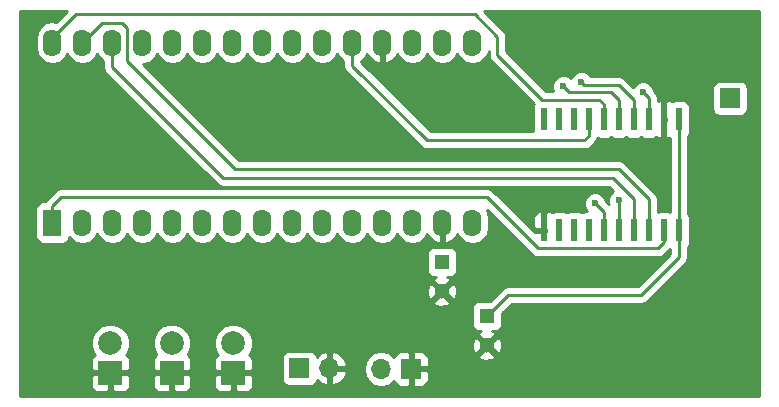
<source format=gbl>
G04 #@! TF.FileFunction,Copper,L2,Bot,Signal*
%FSLAX46Y46*%
G04 Gerber Fmt 4.6, Leading zero omitted, Abs format (unit mm)*
G04 Created by KiCad (PCBNEW 4.0.5-e0-6337~49~ubuntu16.04.1) date Wed Jan 18 11:42:35 2017*
%MOMM*%
%LPD*%
G01*
G04 APERTURE LIST*
%ADD10C,0.100000*%
%ADD11R,1.300000X1.300000*%
%ADD12C,1.300000*%
%ADD13R,2.000000X2.000000*%
%ADD14C,2.000000*%
%ADD15R,1.700000X1.700000*%
%ADD16R,1.574800X2.286000*%
%ADD17O,1.574800X2.286000*%
%ADD18O,1.700000X1.700000*%
%ADD19R,0.600000X1.950000*%
%ADD20C,0.600000*%
%ADD21C,0.250000*%
%ADD22C,0.254000*%
G04 APERTURE END LIST*
D10*
D11*
X162433000Y-115951000D03*
D12*
X162433000Y-118451000D03*
D11*
X166243000Y-120523000D03*
D12*
X166243000Y-123023000D03*
D13*
X134366000Y-125349000D03*
D14*
X134366000Y-122809000D03*
D13*
X139573000Y-125349000D03*
D14*
X139573000Y-122809000D03*
D13*
X144780000Y-125349000D03*
D14*
X144780000Y-122809000D03*
D15*
X186817000Y-102108000D03*
D16*
X129451100Y-112623600D03*
D17*
X131991100Y-112623600D03*
X134531100Y-112623600D03*
X137071100Y-112623600D03*
X139611100Y-112623600D03*
X142151100Y-112623600D03*
X144691100Y-112623600D03*
X147231100Y-112623600D03*
X149771100Y-112623600D03*
X152311100Y-112623600D03*
X154851100Y-112623600D03*
X157391100Y-112623600D03*
X159931100Y-112623600D03*
X162471100Y-112623600D03*
X165011100Y-112623600D03*
X165011100Y-97383600D03*
X162471100Y-97383600D03*
X159931100Y-97383600D03*
X157391100Y-97383600D03*
X154851100Y-97383600D03*
X152311100Y-97383600D03*
X149771100Y-97383600D03*
X147231100Y-97383600D03*
X144691100Y-97383600D03*
X142151100Y-97383600D03*
X139611100Y-97383600D03*
X137071100Y-97383600D03*
X134531100Y-97383600D03*
X131991100Y-97383600D03*
X129451100Y-97383600D03*
D15*
X150368000Y-124968000D03*
D18*
X152908000Y-124968000D03*
D15*
X159816800Y-125018800D03*
D18*
X157276800Y-125018800D03*
D19*
X182499000Y-113285000D03*
X181229000Y-113285000D03*
X179959000Y-113285000D03*
X178689000Y-113285000D03*
X177419000Y-113285000D03*
X176149000Y-113285000D03*
X174879000Y-113285000D03*
X173609000Y-113285000D03*
X172339000Y-113285000D03*
X171069000Y-113285000D03*
X171069000Y-103885000D03*
X172339000Y-103885000D03*
X173609000Y-103885000D03*
X174879000Y-103885000D03*
X176149000Y-103885000D03*
X177419000Y-103885000D03*
X178689000Y-103885000D03*
X179959000Y-103885000D03*
X181229000Y-103885000D03*
X182499000Y-103885000D03*
D20*
X175387000Y-110998000D03*
X179451000Y-101600000D03*
X177419000Y-110744000D03*
X174244000Y-100711000D03*
X172720000Y-101092000D03*
D21*
X181229000Y-113285000D02*
X181229000Y-114300000D01*
X129451100Y-111213900D02*
X129451100Y-112623600D01*
X130175000Y-110490000D02*
X129451100Y-111213900D01*
X166243000Y-110490000D02*
X130175000Y-110490000D01*
X170561000Y-114808000D02*
X166243000Y-110490000D01*
X180721000Y-114808000D02*
X170561000Y-114808000D01*
X181229000Y-114300000D02*
X180721000Y-114808000D01*
X174879000Y-103885000D02*
X174879000Y-105283000D01*
X154851100Y-99352100D02*
X154851100Y-97383600D01*
X161163000Y-105664000D02*
X154851100Y-99352100D01*
X174498000Y-105664000D02*
X161163000Y-105664000D01*
X174879000Y-105283000D02*
X174498000Y-105664000D01*
X178689000Y-113285000D02*
X178689000Y-110617000D01*
X134531100Y-99479100D02*
X134531100Y-97383600D01*
X143891000Y-108839000D02*
X134531100Y-99479100D01*
X176911000Y-108839000D02*
X143891000Y-108839000D01*
X178689000Y-110617000D02*
X176911000Y-108839000D01*
X179959000Y-113285000D02*
X179959000Y-110617000D01*
X133616700Y-95758000D02*
X131991100Y-97383600D01*
X135382000Y-95758000D02*
X133616700Y-95758000D01*
X135763000Y-96139000D02*
X135382000Y-95758000D01*
X135763000Y-98933000D02*
X135763000Y-96139000D01*
X144907000Y-108077000D02*
X135763000Y-98933000D01*
X177419000Y-108077000D02*
X144907000Y-108077000D01*
X179959000Y-110617000D02*
X177419000Y-108077000D01*
X129451100Y-97383600D02*
X129451100Y-96989900D01*
X129451100Y-96989900D02*
X131445000Y-94996000D01*
X131445000Y-94996000D02*
X165227000Y-94996000D01*
X165227000Y-94996000D02*
X167132000Y-96901000D01*
X167132000Y-96901000D02*
X167132000Y-98425000D01*
X167132000Y-98425000D02*
X170942000Y-102235000D01*
X170942000Y-102235000D02*
X175768000Y-102235000D01*
X175768000Y-102235000D02*
X176149000Y-102616000D01*
X176149000Y-102616000D02*
X176149000Y-103885000D01*
X182499000Y-113285000D02*
X182499000Y-115570000D01*
X168021000Y-118745000D02*
X166243000Y-120523000D01*
X179324000Y-118745000D02*
X168021000Y-118745000D01*
X182499000Y-115570000D02*
X179324000Y-118745000D01*
X182499000Y-103885000D02*
X182499000Y-113285000D01*
X176149000Y-113285000D02*
X176149000Y-111760000D01*
X176149000Y-111760000D02*
X175387000Y-110998000D01*
X179959000Y-103885000D02*
X179959000Y-102108000D01*
X179959000Y-102108000D02*
X179451000Y-101600000D01*
X177419000Y-110744000D02*
X177419000Y-113285000D01*
X178689000Y-103885000D02*
X178689000Y-102235000D01*
X174498000Y-100965000D02*
X174244000Y-100711000D01*
X177419000Y-100965000D02*
X174498000Y-100965000D01*
X178689000Y-102235000D02*
X177419000Y-100965000D01*
X177419000Y-102235000D02*
X177419000Y-103885000D01*
X176784000Y-101600000D02*
X177419000Y-102235000D01*
X173228000Y-101600000D02*
X176784000Y-101600000D01*
X172720000Y-101092000D02*
X173228000Y-101600000D01*
D22*
G36*
X129738303Y-95627895D02*
X129451100Y-95570767D01*
X128906771Y-95679041D01*
X128445311Y-95987378D01*
X128136974Y-96448838D01*
X128028700Y-96993167D01*
X128028700Y-97774033D01*
X128136974Y-98318362D01*
X128445311Y-98779822D01*
X128906771Y-99088159D01*
X129451100Y-99196433D01*
X129995429Y-99088159D01*
X130456889Y-98779822D01*
X130721100Y-98384401D01*
X130985311Y-98779822D01*
X131446771Y-99088159D01*
X131991100Y-99196433D01*
X132535429Y-99088159D01*
X132996889Y-98779822D01*
X133261100Y-98384401D01*
X133525311Y-98779822D01*
X133771100Y-98944053D01*
X133771100Y-99479100D01*
X133828952Y-99769939D01*
X133993699Y-100016501D01*
X143353599Y-109376401D01*
X143600161Y-109541148D01*
X143891000Y-109599000D01*
X176596198Y-109599000D01*
X176931116Y-109933918D01*
X176890057Y-109950883D01*
X176626808Y-110213673D01*
X176484162Y-110557201D01*
X176483838Y-110929167D01*
X176547822Y-111084020D01*
X176322122Y-110858320D01*
X176322162Y-110812833D01*
X176180117Y-110469057D01*
X175917327Y-110205808D01*
X175573799Y-110063162D01*
X175201833Y-110062838D01*
X174858057Y-110204883D01*
X174594808Y-110467673D01*
X174452162Y-110811201D01*
X174451838Y-111183167D01*
X174593883Y-111526943D01*
X174729264Y-111662560D01*
X174579000Y-111662560D01*
X174343683Y-111706838D01*
X174244472Y-111770678D01*
X174160890Y-111713569D01*
X173909000Y-111662560D01*
X173309000Y-111662560D01*
X173073683Y-111706838D01*
X172974472Y-111770678D01*
X172890890Y-111713569D01*
X172639000Y-111662560D01*
X172039000Y-111662560D01*
X171803683Y-111706838D01*
X171713020Y-111765178D01*
X171495310Y-111675000D01*
X171354750Y-111675000D01*
X171196000Y-111833750D01*
X171196000Y-113158000D01*
X171216000Y-113158000D01*
X171216000Y-113412000D01*
X171196000Y-113412000D01*
X171196000Y-113432000D01*
X170942000Y-113432000D01*
X170942000Y-113412000D01*
X170292750Y-113412000D01*
X170266276Y-113438474D01*
X169011493Y-112183691D01*
X170134000Y-112183691D01*
X170134000Y-112999250D01*
X170292750Y-113158000D01*
X170942000Y-113158000D01*
X170942000Y-111833750D01*
X170783250Y-111675000D01*
X170642690Y-111675000D01*
X170409301Y-111771673D01*
X170230673Y-111950302D01*
X170134000Y-112183691D01*
X169011493Y-112183691D01*
X166780401Y-109952599D01*
X166533839Y-109787852D01*
X166243000Y-109730000D01*
X130175000Y-109730000D01*
X129884160Y-109787852D01*
X129637599Y-109952599D01*
X128913699Y-110676499D01*
X128809022Y-110833160D01*
X128663700Y-110833160D01*
X128428383Y-110877438D01*
X128212259Y-111016510D01*
X128067269Y-111228710D01*
X128016260Y-111480600D01*
X128016260Y-113766600D01*
X128060538Y-114001917D01*
X128199610Y-114218041D01*
X128411810Y-114363031D01*
X128663700Y-114414040D01*
X130238500Y-114414040D01*
X130473817Y-114369762D01*
X130689941Y-114230690D01*
X130834931Y-114018490D01*
X130869700Y-113846797D01*
X130985311Y-114019822D01*
X131446771Y-114328159D01*
X131991100Y-114436433D01*
X132535429Y-114328159D01*
X132996889Y-114019822D01*
X133261100Y-113624401D01*
X133525311Y-114019822D01*
X133986771Y-114328159D01*
X134531100Y-114436433D01*
X135075429Y-114328159D01*
X135536889Y-114019822D01*
X135801100Y-113624401D01*
X136065311Y-114019822D01*
X136526771Y-114328159D01*
X137071100Y-114436433D01*
X137615429Y-114328159D01*
X138076889Y-114019822D01*
X138341100Y-113624401D01*
X138605311Y-114019822D01*
X139066771Y-114328159D01*
X139611100Y-114436433D01*
X140155429Y-114328159D01*
X140616889Y-114019822D01*
X140881100Y-113624401D01*
X141145311Y-114019822D01*
X141606771Y-114328159D01*
X142151100Y-114436433D01*
X142695429Y-114328159D01*
X143156889Y-114019822D01*
X143421100Y-113624401D01*
X143685311Y-114019822D01*
X144146771Y-114328159D01*
X144691100Y-114436433D01*
X145235429Y-114328159D01*
X145696889Y-114019822D01*
X145961100Y-113624401D01*
X146225311Y-114019822D01*
X146686771Y-114328159D01*
X147231100Y-114436433D01*
X147775429Y-114328159D01*
X148236889Y-114019822D01*
X148501100Y-113624401D01*
X148765311Y-114019822D01*
X149226771Y-114328159D01*
X149771100Y-114436433D01*
X150315429Y-114328159D01*
X150776889Y-114019822D01*
X151041100Y-113624401D01*
X151305311Y-114019822D01*
X151766771Y-114328159D01*
X152311100Y-114436433D01*
X152855429Y-114328159D01*
X153316889Y-114019822D01*
X153581100Y-113624401D01*
X153845311Y-114019822D01*
X154306771Y-114328159D01*
X154851100Y-114436433D01*
X155395429Y-114328159D01*
X155856889Y-114019822D01*
X156121100Y-113624401D01*
X156385311Y-114019822D01*
X156846771Y-114328159D01*
X157391100Y-114436433D01*
X157935429Y-114328159D01*
X158396889Y-114019822D01*
X158661100Y-113624401D01*
X158925311Y-114019822D01*
X159386771Y-114328159D01*
X159931100Y-114436433D01*
X160475429Y-114328159D01*
X160936889Y-114019822D01*
X161200854Y-113624770D01*
X161205575Y-113640862D01*
X161555114Y-114074791D01*
X162044104Y-114341927D01*
X162124040Y-114358610D01*
X162344100Y-114236452D01*
X162344100Y-112750600D01*
X162324100Y-112750600D01*
X162324100Y-112496600D01*
X162344100Y-112496600D01*
X162344100Y-112476600D01*
X162598100Y-112476600D01*
X162598100Y-112496600D01*
X162618100Y-112496600D01*
X162618100Y-112750600D01*
X162598100Y-112750600D01*
X162598100Y-114236452D01*
X162818160Y-114358610D01*
X162898096Y-114341927D01*
X163387086Y-114074791D01*
X163736625Y-113640862D01*
X163741346Y-113624770D01*
X164005311Y-114019822D01*
X164466771Y-114328159D01*
X165011100Y-114436433D01*
X165555429Y-114328159D01*
X166016889Y-114019822D01*
X166325226Y-113558362D01*
X166433500Y-113014033D01*
X166433500Y-112233167D01*
X166325226Y-111688838D01*
X166241035Y-111562837D01*
X170023599Y-115345401D01*
X170270161Y-115510148D01*
X170561000Y-115568000D01*
X180721000Y-115568000D01*
X181011839Y-115510148D01*
X181258401Y-115345401D01*
X181735152Y-114868650D01*
X181739000Y-114867926D01*
X181739000Y-115255198D01*
X179009198Y-117985000D01*
X168021000Y-117985000D01*
X167730161Y-118042852D01*
X167483599Y-118207599D01*
X166465638Y-119225560D01*
X165593000Y-119225560D01*
X165357683Y-119269838D01*
X165141559Y-119408910D01*
X164996569Y-119621110D01*
X164945560Y-119873000D01*
X164945560Y-121173000D01*
X164989838Y-121408317D01*
X165128910Y-121624441D01*
X165341110Y-121769431D01*
X165593000Y-121820440D01*
X165755385Y-121820440D01*
X165579271Y-121893389D01*
X165523590Y-122123984D01*
X166243000Y-122843395D01*
X166962410Y-122123984D01*
X166906729Y-121893389D01*
X166697098Y-121820440D01*
X166893000Y-121820440D01*
X167128317Y-121776162D01*
X167344441Y-121637090D01*
X167489431Y-121424890D01*
X167540440Y-121173000D01*
X167540440Y-120300362D01*
X168335802Y-119505000D01*
X179324000Y-119505000D01*
X179614839Y-119447148D01*
X179861401Y-119282401D01*
X183036401Y-116107401D01*
X183201148Y-115860839D01*
X183259000Y-115570000D01*
X183259000Y-114711563D01*
X183395431Y-114511890D01*
X183446440Y-114260000D01*
X183446440Y-112310000D01*
X183402162Y-112074683D01*
X183263090Y-111858559D01*
X183259000Y-111855764D01*
X183259000Y-105311563D01*
X183395431Y-105111890D01*
X183446440Y-104860000D01*
X183446440Y-102910000D01*
X183402162Y-102674683D01*
X183263090Y-102458559D01*
X183050890Y-102313569D01*
X182799000Y-102262560D01*
X182199000Y-102262560D01*
X181963683Y-102306838D01*
X181873020Y-102365178D01*
X181655310Y-102275000D01*
X181514750Y-102275000D01*
X181356000Y-102433750D01*
X181356000Y-103758000D01*
X181376000Y-103758000D01*
X181376000Y-104012000D01*
X181356000Y-104012000D01*
X181356000Y-105336250D01*
X181514750Y-105495000D01*
X181655310Y-105495000D01*
X181739000Y-105460334D01*
X181739000Y-111705086D01*
X181529000Y-111662560D01*
X180929000Y-111662560D01*
X180719000Y-111702074D01*
X180719000Y-110617000D01*
X180661148Y-110326161D01*
X180661148Y-110326160D01*
X180496401Y-110079599D01*
X177956401Y-107539599D01*
X177709839Y-107374852D01*
X177419000Y-107317000D01*
X145221802Y-107317000D01*
X137096235Y-99191433D01*
X137615429Y-99088159D01*
X138076889Y-98779822D01*
X138341100Y-98384401D01*
X138605311Y-98779822D01*
X139066771Y-99088159D01*
X139611100Y-99196433D01*
X140155429Y-99088159D01*
X140616889Y-98779822D01*
X140881100Y-98384401D01*
X141145311Y-98779822D01*
X141606771Y-99088159D01*
X142151100Y-99196433D01*
X142695429Y-99088159D01*
X143156889Y-98779822D01*
X143421100Y-98384401D01*
X143685311Y-98779822D01*
X144146771Y-99088159D01*
X144691100Y-99196433D01*
X145235429Y-99088159D01*
X145696889Y-98779822D01*
X145961100Y-98384401D01*
X146225311Y-98779822D01*
X146686771Y-99088159D01*
X147231100Y-99196433D01*
X147775429Y-99088159D01*
X148236889Y-98779822D01*
X148501100Y-98384401D01*
X148765311Y-98779822D01*
X149226771Y-99088159D01*
X149771100Y-99196433D01*
X150315429Y-99088159D01*
X150776889Y-98779822D01*
X151041100Y-98384401D01*
X151305311Y-98779822D01*
X151766771Y-99088159D01*
X152311100Y-99196433D01*
X152855429Y-99088159D01*
X153316889Y-98779822D01*
X153581100Y-98384401D01*
X153845311Y-98779822D01*
X154091100Y-98944053D01*
X154091100Y-99352100D01*
X154148952Y-99642939D01*
X154313699Y-99889501D01*
X160625599Y-106201401D01*
X160872161Y-106366148D01*
X161163000Y-106424000D01*
X174498000Y-106424000D01*
X174788839Y-106366148D01*
X175035401Y-106201401D01*
X175416401Y-105820401D01*
X175581148Y-105573840D01*
X175604216Y-105457870D01*
X175849000Y-105507440D01*
X176449000Y-105507440D01*
X176684317Y-105463162D01*
X176783528Y-105399322D01*
X176867110Y-105456431D01*
X177119000Y-105507440D01*
X177719000Y-105507440D01*
X177954317Y-105463162D01*
X178053528Y-105399322D01*
X178137110Y-105456431D01*
X178389000Y-105507440D01*
X178989000Y-105507440D01*
X179224317Y-105463162D01*
X179323528Y-105399322D01*
X179407110Y-105456431D01*
X179659000Y-105507440D01*
X180259000Y-105507440D01*
X180494317Y-105463162D01*
X180584980Y-105404822D01*
X180802690Y-105495000D01*
X180943250Y-105495000D01*
X181102000Y-105336250D01*
X181102000Y-104012000D01*
X181082000Y-104012000D01*
X181082000Y-103758000D01*
X181102000Y-103758000D01*
X181102000Y-102433750D01*
X180943250Y-102275000D01*
X180802690Y-102275000D01*
X180719000Y-102309666D01*
X180719000Y-102108000D01*
X180661148Y-101817161D01*
X180496401Y-101570599D01*
X180386122Y-101460320D01*
X180386162Y-101414833D01*
X180321361Y-101258000D01*
X185319560Y-101258000D01*
X185319560Y-102958000D01*
X185363838Y-103193317D01*
X185502910Y-103409441D01*
X185715110Y-103554431D01*
X185967000Y-103605440D01*
X187667000Y-103605440D01*
X187902317Y-103561162D01*
X188118441Y-103422090D01*
X188263431Y-103209890D01*
X188314440Y-102958000D01*
X188314440Y-101258000D01*
X188270162Y-101022683D01*
X188131090Y-100806559D01*
X187918890Y-100661569D01*
X187667000Y-100610560D01*
X185967000Y-100610560D01*
X185731683Y-100654838D01*
X185515559Y-100793910D01*
X185370569Y-101006110D01*
X185319560Y-101258000D01*
X180321361Y-101258000D01*
X180244117Y-101071057D01*
X179981327Y-100807808D01*
X179637799Y-100665162D01*
X179265833Y-100664838D01*
X178922057Y-100806883D01*
X178658808Y-101069673D01*
X178641106Y-101112304D01*
X177956401Y-100427599D01*
X177709839Y-100262852D01*
X177419000Y-100205000D01*
X175046597Y-100205000D01*
X175037117Y-100182057D01*
X174774327Y-99918808D01*
X174430799Y-99776162D01*
X174058833Y-99775838D01*
X173715057Y-99917883D01*
X173451808Y-100180673D01*
X173357683Y-100407351D01*
X173250327Y-100299808D01*
X172906799Y-100157162D01*
X172534833Y-100156838D01*
X172191057Y-100298883D01*
X171927808Y-100561673D01*
X171785162Y-100905201D01*
X171784838Y-101277167D01*
X171866581Y-101475000D01*
X171256802Y-101475000D01*
X167892000Y-98110198D01*
X167892000Y-96901000D01*
X167834148Y-96610161D01*
X167669401Y-96363599D01*
X166015802Y-94710000D01*
X189290000Y-94710000D01*
X189290000Y-127290000D01*
X126710000Y-127290000D01*
X126710000Y-125634750D01*
X132731000Y-125634750D01*
X132731000Y-126475310D01*
X132827673Y-126708699D01*
X133006302Y-126887327D01*
X133239691Y-126984000D01*
X134080250Y-126984000D01*
X134239000Y-126825250D01*
X134239000Y-125476000D01*
X134493000Y-125476000D01*
X134493000Y-126825250D01*
X134651750Y-126984000D01*
X135492309Y-126984000D01*
X135725698Y-126887327D01*
X135904327Y-126708699D01*
X136001000Y-126475310D01*
X136001000Y-125634750D01*
X137938000Y-125634750D01*
X137938000Y-126475310D01*
X138034673Y-126708699D01*
X138213302Y-126887327D01*
X138446691Y-126984000D01*
X139287250Y-126984000D01*
X139446000Y-126825250D01*
X139446000Y-125476000D01*
X139700000Y-125476000D01*
X139700000Y-126825250D01*
X139858750Y-126984000D01*
X140699309Y-126984000D01*
X140932698Y-126887327D01*
X141111327Y-126708699D01*
X141208000Y-126475310D01*
X141208000Y-125634750D01*
X143145000Y-125634750D01*
X143145000Y-126475310D01*
X143241673Y-126708699D01*
X143420302Y-126887327D01*
X143653691Y-126984000D01*
X144494250Y-126984000D01*
X144653000Y-126825250D01*
X144653000Y-125476000D01*
X144907000Y-125476000D01*
X144907000Y-126825250D01*
X145065750Y-126984000D01*
X145906309Y-126984000D01*
X146139698Y-126887327D01*
X146318327Y-126708699D01*
X146415000Y-126475310D01*
X146415000Y-125634750D01*
X146256250Y-125476000D01*
X144907000Y-125476000D01*
X144653000Y-125476000D01*
X143303750Y-125476000D01*
X143145000Y-125634750D01*
X141208000Y-125634750D01*
X141049250Y-125476000D01*
X139700000Y-125476000D01*
X139446000Y-125476000D01*
X138096750Y-125476000D01*
X137938000Y-125634750D01*
X136001000Y-125634750D01*
X135842250Y-125476000D01*
X134493000Y-125476000D01*
X134239000Y-125476000D01*
X132889750Y-125476000D01*
X132731000Y-125634750D01*
X126710000Y-125634750D01*
X126710000Y-123132795D01*
X132730716Y-123132795D01*
X132979106Y-123733943D01*
X133041251Y-123796197D01*
X133006302Y-123810673D01*
X132827673Y-123989301D01*
X132731000Y-124222690D01*
X132731000Y-125063250D01*
X132889750Y-125222000D01*
X134239000Y-125222000D01*
X134239000Y-125202000D01*
X134493000Y-125202000D01*
X134493000Y-125222000D01*
X135842250Y-125222000D01*
X136001000Y-125063250D01*
X136001000Y-124222690D01*
X135904327Y-123989301D01*
X135725698Y-123810673D01*
X135691166Y-123796370D01*
X135751278Y-123736363D01*
X136000716Y-123135648D01*
X136000718Y-123132795D01*
X137937716Y-123132795D01*
X138186106Y-123733943D01*
X138248251Y-123796197D01*
X138213302Y-123810673D01*
X138034673Y-123989301D01*
X137938000Y-124222690D01*
X137938000Y-125063250D01*
X138096750Y-125222000D01*
X139446000Y-125222000D01*
X139446000Y-125202000D01*
X139700000Y-125202000D01*
X139700000Y-125222000D01*
X141049250Y-125222000D01*
X141208000Y-125063250D01*
X141208000Y-124222690D01*
X141111327Y-123989301D01*
X140932698Y-123810673D01*
X140898166Y-123796370D01*
X140958278Y-123736363D01*
X141207716Y-123135648D01*
X141207718Y-123132795D01*
X143144716Y-123132795D01*
X143393106Y-123733943D01*
X143455251Y-123796197D01*
X143420302Y-123810673D01*
X143241673Y-123989301D01*
X143145000Y-124222690D01*
X143145000Y-125063250D01*
X143303750Y-125222000D01*
X144653000Y-125222000D01*
X144653000Y-125202000D01*
X144907000Y-125202000D01*
X144907000Y-125222000D01*
X146256250Y-125222000D01*
X146415000Y-125063250D01*
X146415000Y-124222690D01*
X146371636Y-124118000D01*
X148870560Y-124118000D01*
X148870560Y-125818000D01*
X148914838Y-126053317D01*
X149053910Y-126269441D01*
X149266110Y-126414431D01*
X149518000Y-126465440D01*
X151218000Y-126465440D01*
X151453317Y-126421162D01*
X151669441Y-126282090D01*
X151814431Y-126069890D01*
X151836301Y-125961893D01*
X152141076Y-126239645D01*
X152551110Y-126409476D01*
X152781000Y-126288155D01*
X152781000Y-125095000D01*
X153035000Y-125095000D01*
X153035000Y-126288155D01*
X153264890Y-126409476D01*
X153674924Y-126239645D01*
X154103183Y-125849358D01*
X154349486Y-125324892D01*
X154228819Y-125095000D01*
X153035000Y-125095000D01*
X152781000Y-125095000D01*
X152761000Y-125095000D01*
X152761000Y-124989707D01*
X155791800Y-124989707D01*
X155791800Y-125047893D01*
X155904839Y-125616178D01*
X156226746Y-126097947D01*
X156708515Y-126419854D01*
X157276800Y-126532893D01*
X157845085Y-126419854D01*
X158326854Y-126097947D01*
X158356203Y-126054023D01*
X158428473Y-126228498D01*
X158607101Y-126407127D01*
X158840490Y-126503800D01*
X159531050Y-126503800D01*
X159689800Y-126345050D01*
X159689800Y-125145800D01*
X159943800Y-125145800D01*
X159943800Y-126345050D01*
X160102550Y-126503800D01*
X160793110Y-126503800D01*
X161026499Y-126407127D01*
X161205127Y-126228498D01*
X161301800Y-125995109D01*
X161301800Y-125304550D01*
X161143050Y-125145800D01*
X159943800Y-125145800D01*
X159689800Y-125145800D01*
X159669800Y-125145800D01*
X159669800Y-124891800D01*
X159689800Y-124891800D01*
X159689800Y-123692550D01*
X159943800Y-123692550D01*
X159943800Y-124891800D01*
X161143050Y-124891800D01*
X161301800Y-124733050D01*
X161301800Y-124042491D01*
X161251898Y-123922016D01*
X165523590Y-123922016D01*
X165579271Y-124152611D01*
X166062078Y-124320622D01*
X166572428Y-124291083D01*
X166906729Y-124152611D01*
X166962410Y-123922016D01*
X166243000Y-123202605D01*
X165523590Y-123922016D01*
X161251898Y-123922016D01*
X161205127Y-123809102D01*
X161026499Y-123630473D01*
X160793110Y-123533800D01*
X160102550Y-123533800D01*
X159943800Y-123692550D01*
X159689800Y-123692550D01*
X159531050Y-123533800D01*
X158840490Y-123533800D01*
X158607101Y-123630473D01*
X158428473Y-123809102D01*
X158356203Y-123983577D01*
X158326854Y-123939653D01*
X157845085Y-123617746D01*
X157276800Y-123504707D01*
X156708515Y-123617746D01*
X156226746Y-123939653D01*
X155904839Y-124421422D01*
X155791800Y-124989707D01*
X152761000Y-124989707D01*
X152761000Y-124841000D01*
X152781000Y-124841000D01*
X152781000Y-123647845D01*
X153035000Y-123647845D01*
X153035000Y-124841000D01*
X154228819Y-124841000D01*
X154349486Y-124611108D01*
X154103183Y-124086642D01*
X153674924Y-123696355D01*
X153264890Y-123526524D01*
X153035000Y-123647845D01*
X152781000Y-123647845D01*
X152551110Y-123526524D01*
X152141076Y-123696355D01*
X151838063Y-123972501D01*
X151821162Y-123882683D01*
X151682090Y-123666559D01*
X151469890Y-123521569D01*
X151218000Y-123470560D01*
X149518000Y-123470560D01*
X149282683Y-123514838D01*
X149066559Y-123653910D01*
X148921569Y-123866110D01*
X148870560Y-124118000D01*
X146371636Y-124118000D01*
X146318327Y-123989301D01*
X146139698Y-123810673D01*
X146105166Y-123796370D01*
X146165278Y-123736363D01*
X146414716Y-123135648D01*
X146414972Y-122842078D01*
X164945378Y-122842078D01*
X164974917Y-123352428D01*
X165113389Y-123686729D01*
X165343984Y-123742410D01*
X166063395Y-123023000D01*
X166422605Y-123023000D01*
X167142016Y-123742410D01*
X167372611Y-123686729D01*
X167540622Y-123203922D01*
X167511083Y-122693572D01*
X167372611Y-122359271D01*
X167142016Y-122303590D01*
X166422605Y-123023000D01*
X166063395Y-123023000D01*
X165343984Y-122303590D01*
X165113389Y-122359271D01*
X164945378Y-122842078D01*
X146414972Y-122842078D01*
X146415284Y-122485205D01*
X146166894Y-121884057D01*
X145707363Y-121423722D01*
X145106648Y-121174284D01*
X144456205Y-121173716D01*
X143855057Y-121422106D01*
X143394722Y-121881637D01*
X143145284Y-122482352D01*
X143144716Y-123132795D01*
X141207718Y-123132795D01*
X141208284Y-122485205D01*
X140959894Y-121884057D01*
X140500363Y-121423722D01*
X139899648Y-121174284D01*
X139249205Y-121173716D01*
X138648057Y-121422106D01*
X138187722Y-121881637D01*
X137938284Y-122482352D01*
X137937716Y-123132795D01*
X136000718Y-123132795D01*
X136001284Y-122485205D01*
X135752894Y-121884057D01*
X135293363Y-121423722D01*
X134692648Y-121174284D01*
X134042205Y-121173716D01*
X133441057Y-121422106D01*
X132980722Y-121881637D01*
X132731284Y-122482352D01*
X132730716Y-123132795D01*
X126710000Y-123132795D01*
X126710000Y-119350016D01*
X161713590Y-119350016D01*
X161769271Y-119580611D01*
X162252078Y-119748622D01*
X162762428Y-119719083D01*
X163096729Y-119580611D01*
X163152410Y-119350016D01*
X162433000Y-118630605D01*
X161713590Y-119350016D01*
X126710000Y-119350016D01*
X126710000Y-118270078D01*
X161135378Y-118270078D01*
X161164917Y-118780428D01*
X161303389Y-119114729D01*
X161533984Y-119170410D01*
X162253395Y-118451000D01*
X162612605Y-118451000D01*
X163332016Y-119170410D01*
X163562611Y-119114729D01*
X163730622Y-118631922D01*
X163701083Y-118121572D01*
X163562611Y-117787271D01*
X163332016Y-117731590D01*
X162612605Y-118451000D01*
X162253395Y-118451000D01*
X161533984Y-117731590D01*
X161303389Y-117787271D01*
X161135378Y-118270078D01*
X126710000Y-118270078D01*
X126710000Y-115301000D01*
X161135560Y-115301000D01*
X161135560Y-116601000D01*
X161179838Y-116836317D01*
X161318910Y-117052441D01*
X161531110Y-117197431D01*
X161783000Y-117248440D01*
X161945385Y-117248440D01*
X161769271Y-117321389D01*
X161713590Y-117551984D01*
X162433000Y-118271395D01*
X163152410Y-117551984D01*
X163096729Y-117321389D01*
X162887098Y-117248440D01*
X163083000Y-117248440D01*
X163318317Y-117204162D01*
X163534441Y-117065090D01*
X163679431Y-116852890D01*
X163730440Y-116601000D01*
X163730440Y-115301000D01*
X163686162Y-115065683D01*
X163547090Y-114849559D01*
X163334890Y-114704569D01*
X163083000Y-114653560D01*
X161783000Y-114653560D01*
X161547683Y-114697838D01*
X161331559Y-114836910D01*
X161186569Y-115049110D01*
X161135560Y-115301000D01*
X126710000Y-115301000D01*
X126710000Y-94710000D01*
X130656198Y-94710000D01*
X129738303Y-95627895D01*
X129738303Y-95627895D01*
G37*
X129738303Y-95627895D02*
X129451100Y-95570767D01*
X128906771Y-95679041D01*
X128445311Y-95987378D01*
X128136974Y-96448838D01*
X128028700Y-96993167D01*
X128028700Y-97774033D01*
X128136974Y-98318362D01*
X128445311Y-98779822D01*
X128906771Y-99088159D01*
X129451100Y-99196433D01*
X129995429Y-99088159D01*
X130456889Y-98779822D01*
X130721100Y-98384401D01*
X130985311Y-98779822D01*
X131446771Y-99088159D01*
X131991100Y-99196433D01*
X132535429Y-99088159D01*
X132996889Y-98779822D01*
X133261100Y-98384401D01*
X133525311Y-98779822D01*
X133771100Y-98944053D01*
X133771100Y-99479100D01*
X133828952Y-99769939D01*
X133993699Y-100016501D01*
X143353599Y-109376401D01*
X143600161Y-109541148D01*
X143891000Y-109599000D01*
X176596198Y-109599000D01*
X176931116Y-109933918D01*
X176890057Y-109950883D01*
X176626808Y-110213673D01*
X176484162Y-110557201D01*
X176483838Y-110929167D01*
X176547822Y-111084020D01*
X176322122Y-110858320D01*
X176322162Y-110812833D01*
X176180117Y-110469057D01*
X175917327Y-110205808D01*
X175573799Y-110063162D01*
X175201833Y-110062838D01*
X174858057Y-110204883D01*
X174594808Y-110467673D01*
X174452162Y-110811201D01*
X174451838Y-111183167D01*
X174593883Y-111526943D01*
X174729264Y-111662560D01*
X174579000Y-111662560D01*
X174343683Y-111706838D01*
X174244472Y-111770678D01*
X174160890Y-111713569D01*
X173909000Y-111662560D01*
X173309000Y-111662560D01*
X173073683Y-111706838D01*
X172974472Y-111770678D01*
X172890890Y-111713569D01*
X172639000Y-111662560D01*
X172039000Y-111662560D01*
X171803683Y-111706838D01*
X171713020Y-111765178D01*
X171495310Y-111675000D01*
X171354750Y-111675000D01*
X171196000Y-111833750D01*
X171196000Y-113158000D01*
X171216000Y-113158000D01*
X171216000Y-113412000D01*
X171196000Y-113412000D01*
X171196000Y-113432000D01*
X170942000Y-113432000D01*
X170942000Y-113412000D01*
X170292750Y-113412000D01*
X170266276Y-113438474D01*
X169011493Y-112183691D01*
X170134000Y-112183691D01*
X170134000Y-112999250D01*
X170292750Y-113158000D01*
X170942000Y-113158000D01*
X170942000Y-111833750D01*
X170783250Y-111675000D01*
X170642690Y-111675000D01*
X170409301Y-111771673D01*
X170230673Y-111950302D01*
X170134000Y-112183691D01*
X169011493Y-112183691D01*
X166780401Y-109952599D01*
X166533839Y-109787852D01*
X166243000Y-109730000D01*
X130175000Y-109730000D01*
X129884160Y-109787852D01*
X129637599Y-109952599D01*
X128913699Y-110676499D01*
X128809022Y-110833160D01*
X128663700Y-110833160D01*
X128428383Y-110877438D01*
X128212259Y-111016510D01*
X128067269Y-111228710D01*
X128016260Y-111480600D01*
X128016260Y-113766600D01*
X128060538Y-114001917D01*
X128199610Y-114218041D01*
X128411810Y-114363031D01*
X128663700Y-114414040D01*
X130238500Y-114414040D01*
X130473817Y-114369762D01*
X130689941Y-114230690D01*
X130834931Y-114018490D01*
X130869700Y-113846797D01*
X130985311Y-114019822D01*
X131446771Y-114328159D01*
X131991100Y-114436433D01*
X132535429Y-114328159D01*
X132996889Y-114019822D01*
X133261100Y-113624401D01*
X133525311Y-114019822D01*
X133986771Y-114328159D01*
X134531100Y-114436433D01*
X135075429Y-114328159D01*
X135536889Y-114019822D01*
X135801100Y-113624401D01*
X136065311Y-114019822D01*
X136526771Y-114328159D01*
X137071100Y-114436433D01*
X137615429Y-114328159D01*
X138076889Y-114019822D01*
X138341100Y-113624401D01*
X138605311Y-114019822D01*
X139066771Y-114328159D01*
X139611100Y-114436433D01*
X140155429Y-114328159D01*
X140616889Y-114019822D01*
X140881100Y-113624401D01*
X141145311Y-114019822D01*
X141606771Y-114328159D01*
X142151100Y-114436433D01*
X142695429Y-114328159D01*
X143156889Y-114019822D01*
X143421100Y-113624401D01*
X143685311Y-114019822D01*
X144146771Y-114328159D01*
X144691100Y-114436433D01*
X145235429Y-114328159D01*
X145696889Y-114019822D01*
X145961100Y-113624401D01*
X146225311Y-114019822D01*
X146686771Y-114328159D01*
X147231100Y-114436433D01*
X147775429Y-114328159D01*
X148236889Y-114019822D01*
X148501100Y-113624401D01*
X148765311Y-114019822D01*
X149226771Y-114328159D01*
X149771100Y-114436433D01*
X150315429Y-114328159D01*
X150776889Y-114019822D01*
X151041100Y-113624401D01*
X151305311Y-114019822D01*
X151766771Y-114328159D01*
X152311100Y-114436433D01*
X152855429Y-114328159D01*
X153316889Y-114019822D01*
X153581100Y-113624401D01*
X153845311Y-114019822D01*
X154306771Y-114328159D01*
X154851100Y-114436433D01*
X155395429Y-114328159D01*
X155856889Y-114019822D01*
X156121100Y-113624401D01*
X156385311Y-114019822D01*
X156846771Y-114328159D01*
X157391100Y-114436433D01*
X157935429Y-114328159D01*
X158396889Y-114019822D01*
X158661100Y-113624401D01*
X158925311Y-114019822D01*
X159386771Y-114328159D01*
X159931100Y-114436433D01*
X160475429Y-114328159D01*
X160936889Y-114019822D01*
X161200854Y-113624770D01*
X161205575Y-113640862D01*
X161555114Y-114074791D01*
X162044104Y-114341927D01*
X162124040Y-114358610D01*
X162344100Y-114236452D01*
X162344100Y-112750600D01*
X162324100Y-112750600D01*
X162324100Y-112496600D01*
X162344100Y-112496600D01*
X162344100Y-112476600D01*
X162598100Y-112476600D01*
X162598100Y-112496600D01*
X162618100Y-112496600D01*
X162618100Y-112750600D01*
X162598100Y-112750600D01*
X162598100Y-114236452D01*
X162818160Y-114358610D01*
X162898096Y-114341927D01*
X163387086Y-114074791D01*
X163736625Y-113640862D01*
X163741346Y-113624770D01*
X164005311Y-114019822D01*
X164466771Y-114328159D01*
X165011100Y-114436433D01*
X165555429Y-114328159D01*
X166016889Y-114019822D01*
X166325226Y-113558362D01*
X166433500Y-113014033D01*
X166433500Y-112233167D01*
X166325226Y-111688838D01*
X166241035Y-111562837D01*
X170023599Y-115345401D01*
X170270161Y-115510148D01*
X170561000Y-115568000D01*
X180721000Y-115568000D01*
X181011839Y-115510148D01*
X181258401Y-115345401D01*
X181735152Y-114868650D01*
X181739000Y-114867926D01*
X181739000Y-115255198D01*
X179009198Y-117985000D01*
X168021000Y-117985000D01*
X167730161Y-118042852D01*
X167483599Y-118207599D01*
X166465638Y-119225560D01*
X165593000Y-119225560D01*
X165357683Y-119269838D01*
X165141559Y-119408910D01*
X164996569Y-119621110D01*
X164945560Y-119873000D01*
X164945560Y-121173000D01*
X164989838Y-121408317D01*
X165128910Y-121624441D01*
X165341110Y-121769431D01*
X165593000Y-121820440D01*
X165755385Y-121820440D01*
X165579271Y-121893389D01*
X165523590Y-122123984D01*
X166243000Y-122843395D01*
X166962410Y-122123984D01*
X166906729Y-121893389D01*
X166697098Y-121820440D01*
X166893000Y-121820440D01*
X167128317Y-121776162D01*
X167344441Y-121637090D01*
X167489431Y-121424890D01*
X167540440Y-121173000D01*
X167540440Y-120300362D01*
X168335802Y-119505000D01*
X179324000Y-119505000D01*
X179614839Y-119447148D01*
X179861401Y-119282401D01*
X183036401Y-116107401D01*
X183201148Y-115860839D01*
X183259000Y-115570000D01*
X183259000Y-114711563D01*
X183395431Y-114511890D01*
X183446440Y-114260000D01*
X183446440Y-112310000D01*
X183402162Y-112074683D01*
X183263090Y-111858559D01*
X183259000Y-111855764D01*
X183259000Y-105311563D01*
X183395431Y-105111890D01*
X183446440Y-104860000D01*
X183446440Y-102910000D01*
X183402162Y-102674683D01*
X183263090Y-102458559D01*
X183050890Y-102313569D01*
X182799000Y-102262560D01*
X182199000Y-102262560D01*
X181963683Y-102306838D01*
X181873020Y-102365178D01*
X181655310Y-102275000D01*
X181514750Y-102275000D01*
X181356000Y-102433750D01*
X181356000Y-103758000D01*
X181376000Y-103758000D01*
X181376000Y-104012000D01*
X181356000Y-104012000D01*
X181356000Y-105336250D01*
X181514750Y-105495000D01*
X181655310Y-105495000D01*
X181739000Y-105460334D01*
X181739000Y-111705086D01*
X181529000Y-111662560D01*
X180929000Y-111662560D01*
X180719000Y-111702074D01*
X180719000Y-110617000D01*
X180661148Y-110326161D01*
X180661148Y-110326160D01*
X180496401Y-110079599D01*
X177956401Y-107539599D01*
X177709839Y-107374852D01*
X177419000Y-107317000D01*
X145221802Y-107317000D01*
X137096235Y-99191433D01*
X137615429Y-99088159D01*
X138076889Y-98779822D01*
X138341100Y-98384401D01*
X138605311Y-98779822D01*
X139066771Y-99088159D01*
X139611100Y-99196433D01*
X140155429Y-99088159D01*
X140616889Y-98779822D01*
X140881100Y-98384401D01*
X141145311Y-98779822D01*
X141606771Y-99088159D01*
X142151100Y-99196433D01*
X142695429Y-99088159D01*
X143156889Y-98779822D01*
X143421100Y-98384401D01*
X143685311Y-98779822D01*
X144146771Y-99088159D01*
X144691100Y-99196433D01*
X145235429Y-99088159D01*
X145696889Y-98779822D01*
X145961100Y-98384401D01*
X146225311Y-98779822D01*
X146686771Y-99088159D01*
X147231100Y-99196433D01*
X147775429Y-99088159D01*
X148236889Y-98779822D01*
X148501100Y-98384401D01*
X148765311Y-98779822D01*
X149226771Y-99088159D01*
X149771100Y-99196433D01*
X150315429Y-99088159D01*
X150776889Y-98779822D01*
X151041100Y-98384401D01*
X151305311Y-98779822D01*
X151766771Y-99088159D01*
X152311100Y-99196433D01*
X152855429Y-99088159D01*
X153316889Y-98779822D01*
X153581100Y-98384401D01*
X153845311Y-98779822D01*
X154091100Y-98944053D01*
X154091100Y-99352100D01*
X154148952Y-99642939D01*
X154313699Y-99889501D01*
X160625599Y-106201401D01*
X160872161Y-106366148D01*
X161163000Y-106424000D01*
X174498000Y-106424000D01*
X174788839Y-106366148D01*
X175035401Y-106201401D01*
X175416401Y-105820401D01*
X175581148Y-105573840D01*
X175604216Y-105457870D01*
X175849000Y-105507440D01*
X176449000Y-105507440D01*
X176684317Y-105463162D01*
X176783528Y-105399322D01*
X176867110Y-105456431D01*
X177119000Y-105507440D01*
X177719000Y-105507440D01*
X177954317Y-105463162D01*
X178053528Y-105399322D01*
X178137110Y-105456431D01*
X178389000Y-105507440D01*
X178989000Y-105507440D01*
X179224317Y-105463162D01*
X179323528Y-105399322D01*
X179407110Y-105456431D01*
X179659000Y-105507440D01*
X180259000Y-105507440D01*
X180494317Y-105463162D01*
X180584980Y-105404822D01*
X180802690Y-105495000D01*
X180943250Y-105495000D01*
X181102000Y-105336250D01*
X181102000Y-104012000D01*
X181082000Y-104012000D01*
X181082000Y-103758000D01*
X181102000Y-103758000D01*
X181102000Y-102433750D01*
X180943250Y-102275000D01*
X180802690Y-102275000D01*
X180719000Y-102309666D01*
X180719000Y-102108000D01*
X180661148Y-101817161D01*
X180496401Y-101570599D01*
X180386122Y-101460320D01*
X180386162Y-101414833D01*
X180321361Y-101258000D01*
X185319560Y-101258000D01*
X185319560Y-102958000D01*
X185363838Y-103193317D01*
X185502910Y-103409441D01*
X185715110Y-103554431D01*
X185967000Y-103605440D01*
X187667000Y-103605440D01*
X187902317Y-103561162D01*
X188118441Y-103422090D01*
X188263431Y-103209890D01*
X188314440Y-102958000D01*
X188314440Y-101258000D01*
X188270162Y-101022683D01*
X188131090Y-100806559D01*
X187918890Y-100661569D01*
X187667000Y-100610560D01*
X185967000Y-100610560D01*
X185731683Y-100654838D01*
X185515559Y-100793910D01*
X185370569Y-101006110D01*
X185319560Y-101258000D01*
X180321361Y-101258000D01*
X180244117Y-101071057D01*
X179981327Y-100807808D01*
X179637799Y-100665162D01*
X179265833Y-100664838D01*
X178922057Y-100806883D01*
X178658808Y-101069673D01*
X178641106Y-101112304D01*
X177956401Y-100427599D01*
X177709839Y-100262852D01*
X177419000Y-100205000D01*
X175046597Y-100205000D01*
X175037117Y-100182057D01*
X174774327Y-99918808D01*
X174430799Y-99776162D01*
X174058833Y-99775838D01*
X173715057Y-99917883D01*
X173451808Y-100180673D01*
X173357683Y-100407351D01*
X173250327Y-100299808D01*
X172906799Y-100157162D01*
X172534833Y-100156838D01*
X172191057Y-100298883D01*
X171927808Y-100561673D01*
X171785162Y-100905201D01*
X171784838Y-101277167D01*
X171866581Y-101475000D01*
X171256802Y-101475000D01*
X167892000Y-98110198D01*
X167892000Y-96901000D01*
X167834148Y-96610161D01*
X167669401Y-96363599D01*
X166015802Y-94710000D01*
X189290000Y-94710000D01*
X189290000Y-127290000D01*
X126710000Y-127290000D01*
X126710000Y-125634750D01*
X132731000Y-125634750D01*
X132731000Y-126475310D01*
X132827673Y-126708699D01*
X133006302Y-126887327D01*
X133239691Y-126984000D01*
X134080250Y-126984000D01*
X134239000Y-126825250D01*
X134239000Y-125476000D01*
X134493000Y-125476000D01*
X134493000Y-126825250D01*
X134651750Y-126984000D01*
X135492309Y-126984000D01*
X135725698Y-126887327D01*
X135904327Y-126708699D01*
X136001000Y-126475310D01*
X136001000Y-125634750D01*
X137938000Y-125634750D01*
X137938000Y-126475310D01*
X138034673Y-126708699D01*
X138213302Y-126887327D01*
X138446691Y-126984000D01*
X139287250Y-126984000D01*
X139446000Y-126825250D01*
X139446000Y-125476000D01*
X139700000Y-125476000D01*
X139700000Y-126825250D01*
X139858750Y-126984000D01*
X140699309Y-126984000D01*
X140932698Y-126887327D01*
X141111327Y-126708699D01*
X141208000Y-126475310D01*
X141208000Y-125634750D01*
X143145000Y-125634750D01*
X143145000Y-126475310D01*
X143241673Y-126708699D01*
X143420302Y-126887327D01*
X143653691Y-126984000D01*
X144494250Y-126984000D01*
X144653000Y-126825250D01*
X144653000Y-125476000D01*
X144907000Y-125476000D01*
X144907000Y-126825250D01*
X145065750Y-126984000D01*
X145906309Y-126984000D01*
X146139698Y-126887327D01*
X146318327Y-126708699D01*
X146415000Y-126475310D01*
X146415000Y-125634750D01*
X146256250Y-125476000D01*
X144907000Y-125476000D01*
X144653000Y-125476000D01*
X143303750Y-125476000D01*
X143145000Y-125634750D01*
X141208000Y-125634750D01*
X141049250Y-125476000D01*
X139700000Y-125476000D01*
X139446000Y-125476000D01*
X138096750Y-125476000D01*
X137938000Y-125634750D01*
X136001000Y-125634750D01*
X135842250Y-125476000D01*
X134493000Y-125476000D01*
X134239000Y-125476000D01*
X132889750Y-125476000D01*
X132731000Y-125634750D01*
X126710000Y-125634750D01*
X126710000Y-123132795D01*
X132730716Y-123132795D01*
X132979106Y-123733943D01*
X133041251Y-123796197D01*
X133006302Y-123810673D01*
X132827673Y-123989301D01*
X132731000Y-124222690D01*
X132731000Y-125063250D01*
X132889750Y-125222000D01*
X134239000Y-125222000D01*
X134239000Y-125202000D01*
X134493000Y-125202000D01*
X134493000Y-125222000D01*
X135842250Y-125222000D01*
X136001000Y-125063250D01*
X136001000Y-124222690D01*
X135904327Y-123989301D01*
X135725698Y-123810673D01*
X135691166Y-123796370D01*
X135751278Y-123736363D01*
X136000716Y-123135648D01*
X136000718Y-123132795D01*
X137937716Y-123132795D01*
X138186106Y-123733943D01*
X138248251Y-123796197D01*
X138213302Y-123810673D01*
X138034673Y-123989301D01*
X137938000Y-124222690D01*
X137938000Y-125063250D01*
X138096750Y-125222000D01*
X139446000Y-125222000D01*
X139446000Y-125202000D01*
X139700000Y-125202000D01*
X139700000Y-125222000D01*
X141049250Y-125222000D01*
X141208000Y-125063250D01*
X141208000Y-124222690D01*
X141111327Y-123989301D01*
X140932698Y-123810673D01*
X140898166Y-123796370D01*
X140958278Y-123736363D01*
X141207716Y-123135648D01*
X141207718Y-123132795D01*
X143144716Y-123132795D01*
X143393106Y-123733943D01*
X143455251Y-123796197D01*
X143420302Y-123810673D01*
X143241673Y-123989301D01*
X143145000Y-124222690D01*
X143145000Y-125063250D01*
X143303750Y-125222000D01*
X144653000Y-125222000D01*
X144653000Y-125202000D01*
X144907000Y-125202000D01*
X144907000Y-125222000D01*
X146256250Y-125222000D01*
X146415000Y-125063250D01*
X146415000Y-124222690D01*
X146371636Y-124118000D01*
X148870560Y-124118000D01*
X148870560Y-125818000D01*
X148914838Y-126053317D01*
X149053910Y-126269441D01*
X149266110Y-126414431D01*
X149518000Y-126465440D01*
X151218000Y-126465440D01*
X151453317Y-126421162D01*
X151669441Y-126282090D01*
X151814431Y-126069890D01*
X151836301Y-125961893D01*
X152141076Y-126239645D01*
X152551110Y-126409476D01*
X152781000Y-126288155D01*
X152781000Y-125095000D01*
X153035000Y-125095000D01*
X153035000Y-126288155D01*
X153264890Y-126409476D01*
X153674924Y-126239645D01*
X154103183Y-125849358D01*
X154349486Y-125324892D01*
X154228819Y-125095000D01*
X153035000Y-125095000D01*
X152781000Y-125095000D01*
X152761000Y-125095000D01*
X152761000Y-124989707D01*
X155791800Y-124989707D01*
X155791800Y-125047893D01*
X155904839Y-125616178D01*
X156226746Y-126097947D01*
X156708515Y-126419854D01*
X157276800Y-126532893D01*
X157845085Y-126419854D01*
X158326854Y-126097947D01*
X158356203Y-126054023D01*
X158428473Y-126228498D01*
X158607101Y-126407127D01*
X158840490Y-126503800D01*
X159531050Y-126503800D01*
X159689800Y-126345050D01*
X159689800Y-125145800D01*
X159943800Y-125145800D01*
X159943800Y-126345050D01*
X160102550Y-126503800D01*
X160793110Y-126503800D01*
X161026499Y-126407127D01*
X161205127Y-126228498D01*
X161301800Y-125995109D01*
X161301800Y-125304550D01*
X161143050Y-125145800D01*
X159943800Y-125145800D01*
X159689800Y-125145800D01*
X159669800Y-125145800D01*
X159669800Y-124891800D01*
X159689800Y-124891800D01*
X159689800Y-123692550D01*
X159943800Y-123692550D01*
X159943800Y-124891800D01*
X161143050Y-124891800D01*
X161301800Y-124733050D01*
X161301800Y-124042491D01*
X161251898Y-123922016D01*
X165523590Y-123922016D01*
X165579271Y-124152611D01*
X166062078Y-124320622D01*
X166572428Y-124291083D01*
X166906729Y-124152611D01*
X166962410Y-123922016D01*
X166243000Y-123202605D01*
X165523590Y-123922016D01*
X161251898Y-123922016D01*
X161205127Y-123809102D01*
X161026499Y-123630473D01*
X160793110Y-123533800D01*
X160102550Y-123533800D01*
X159943800Y-123692550D01*
X159689800Y-123692550D01*
X159531050Y-123533800D01*
X158840490Y-123533800D01*
X158607101Y-123630473D01*
X158428473Y-123809102D01*
X158356203Y-123983577D01*
X158326854Y-123939653D01*
X157845085Y-123617746D01*
X157276800Y-123504707D01*
X156708515Y-123617746D01*
X156226746Y-123939653D01*
X155904839Y-124421422D01*
X155791800Y-124989707D01*
X152761000Y-124989707D01*
X152761000Y-124841000D01*
X152781000Y-124841000D01*
X152781000Y-123647845D01*
X153035000Y-123647845D01*
X153035000Y-124841000D01*
X154228819Y-124841000D01*
X154349486Y-124611108D01*
X154103183Y-124086642D01*
X153674924Y-123696355D01*
X153264890Y-123526524D01*
X153035000Y-123647845D01*
X152781000Y-123647845D01*
X152551110Y-123526524D01*
X152141076Y-123696355D01*
X151838063Y-123972501D01*
X151821162Y-123882683D01*
X151682090Y-123666559D01*
X151469890Y-123521569D01*
X151218000Y-123470560D01*
X149518000Y-123470560D01*
X149282683Y-123514838D01*
X149066559Y-123653910D01*
X148921569Y-123866110D01*
X148870560Y-124118000D01*
X146371636Y-124118000D01*
X146318327Y-123989301D01*
X146139698Y-123810673D01*
X146105166Y-123796370D01*
X146165278Y-123736363D01*
X146414716Y-123135648D01*
X146414972Y-122842078D01*
X164945378Y-122842078D01*
X164974917Y-123352428D01*
X165113389Y-123686729D01*
X165343984Y-123742410D01*
X166063395Y-123023000D01*
X166422605Y-123023000D01*
X167142016Y-123742410D01*
X167372611Y-123686729D01*
X167540622Y-123203922D01*
X167511083Y-122693572D01*
X167372611Y-122359271D01*
X167142016Y-122303590D01*
X166422605Y-123023000D01*
X166063395Y-123023000D01*
X165343984Y-122303590D01*
X165113389Y-122359271D01*
X164945378Y-122842078D01*
X146414972Y-122842078D01*
X146415284Y-122485205D01*
X146166894Y-121884057D01*
X145707363Y-121423722D01*
X145106648Y-121174284D01*
X144456205Y-121173716D01*
X143855057Y-121422106D01*
X143394722Y-121881637D01*
X143145284Y-122482352D01*
X143144716Y-123132795D01*
X141207718Y-123132795D01*
X141208284Y-122485205D01*
X140959894Y-121884057D01*
X140500363Y-121423722D01*
X139899648Y-121174284D01*
X139249205Y-121173716D01*
X138648057Y-121422106D01*
X138187722Y-121881637D01*
X137938284Y-122482352D01*
X137937716Y-123132795D01*
X136000718Y-123132795D01*
X136001284Y-122485205D01*
X135752894Y-121884057D01*
X135293363Y-121423722D01*
X134692648Y-121174284D01*
X134042205Y-121173716D01*
X133441057Y-121422106D01*
X132980722Y-121881637D01*
X132731284Y-122482352D01*
X132730716Y-123132795D01*
X126710000Y-123132795D01*
X126710000Y-119350016D01*
X161713590Y-119350016D01*
X161769271Y-119580611D01*
X162252078Y-119748622D01*
X162762428Y-119719083D01*
X163096729Y-119580611D01*
X163152410Y-119350016D01*
X162433000Y-118630605D01*
X161713590Y-119350016D01*
X126710000Y-119350016D01*
X126710000Y-118270078D01*
X161135378Y-118270078D01*
X161164917Y-118780428D01*
X161303389Y-119114729D01*
X161533984Y-119170410D01*
X162253395Y-118451000D01*
X162612605Y-118451000D01*
X163332016Y-119170410D01*
X163562611Y-119114729D01*
X163730622Y-118631922D01*
X163701083Y-118121572D01*
X163562611Y-117787271D01*
X163332016Y-117731590D01*
X162612605Y-118451000D01*
X162253395Y-118451000D01*
X161533984Y-117731590D01*
X161303389Y-117787271D01*
X161135378Y-118270078D01*
X126710000Y-118270078D01*
X126710000Y-115301000D01*
X161135560Y-115301000D01*
X161135560Y-116601000D01*
X161179838Y-116836317D01*
X161318910Y-117052441D01*
X161531110Y-117197431D01*
X161783000Y-117248440D01*
X161945385Y-117248440D01*
X161769271Y-117321389D01*
X161713590Y-117551984D01*
X162433000Y-118271395D01*
X163152410Y-117551984D01*
X163096729Y-117321389D01*
X162887098Y-117248440D01*
X163083000Y-117248440D01*
X163318317Y-117204162D01*
X163534441Y-117065090D01*
X163679431Y-116852890D01*
X163730440Y-116601000D01*
X163730440Y-115301000D01*
X163686162Y-115065683D01*
X163547090Y-114849559D01*
X163334890Y-114704569D01*
X163083000Y-114653560D01*
X161783000Y-114653560D01*
X161547683Y-114697838D01*
X161331559Y-114836910D01*
X161186569Y-115049110D01*
X161135560Y-115301000D01*
X126710000Y-115301000D01*
X126710000Y-94710000D01*
X130656198Y-94710000D01*
X129738303Y-95627895D01*
G36*
X157518100Y-97256600D02*
X157538100Y-97256600D01*
X157538100Y-97510600D01*
X157518100Y-97510600D01*
X157518100Y-98996452D01*
X157738160Y-99118610D01*
X157818096Y-99101927D01*
X158307086Y-98834791D01*
X158656625Y-98400862D01*
X158661346Y-98384770D01*
X158925311Y-98779822D01*
X159386771Y-99088159D01*
X159931100Y-99196433D01*
X160475429Y-99088159D01*
X160936889Y-98779822D01*
X161201100Y-98384401D01*
X161465311Y-98779822D01*
X161926771Y-99088159D01*
X162471100Y-99196433D01*
X163015429Y-99088159D01*
X163476889Y-98779822D01*
X163741100Y-98384401D01*
X164005311Y-98779822D01*
X164466771Y-99088159D01*
X165011100Y-99196433D01*
X165555429Y-99088159D01*
X166016889Y-98779822D01*
X166325226Y-98318362D01*
X166372000Y-98083214D01*
X166372000Y-98425000D01*
X166429852Y-98715839D01*
X166594599Y-98962401D01*
X170220361Y-102588163D01*
X170172569Y-102658110D01*
X170121560Y-102910000D01*
X170121560Y-104860000D01*
X170129839Y-104904000D01*
X161477802Y-104904000D01*
X155611100Y-99037298D01*
X155611100Y-98944053D01*
X155856889Y-98779822D01*
X156120854Y-98384770D01*
X156125575Y-98400862D01*
X156475114Y-98834791D01*
X156964104Y-99101927D01*
X157044040Y-99118610D01*
X157264100Y-98996452D01*
X157264100Y-97510600D01*
X157244100Y-97510600D01*
X157244100Y-97256600D01*
X157264100Y-97256600D01*
X157264100Y-97236600D01*
X157518100Y-97236600D01*
X157518100Y-97256600D01*
X157518100Y-97256600D01*
G37*
X157518100Y-97256600D02*
X157538100Y-97256600D01*
X157538100Y-97510600D01*
X157518100Y-97510600D01*
X157518100Y-98996452D01*
X157738160Y-99118610D01*
X157818096Y-99101927D01*
X158307086Y-98834791D01*
X158656625Y-98400862D01*
X158661346Y-98384770D01*
X158925311Y-98779822D01*
X159386771Y-99088159D01*
X159931100Y-99196433D01*
X160475429Y-99088159D01*
X160936889Y-98779822D01*
X161201100Y-98384401D01*
X161465311Y-98779822D01*
X161926771Y-99088159D01*
X162471100Y-99196433D01*
X163015429Y-99088159D01*
X163476889Y-98779822D01*
X163741100Y-98384401D01*
X164005311Y-98779822D01*
X164466771Y-99088159D01*
X165011100Y-99196433D01*
X165555429Y-99088159D01*
X166016889Y-98779822D01*
X166325226Y-98318362D01*
X166372000Y-98083214D01*
X166372000Y-98425000D01*
X166429852Y-98715839D01*
X166594599Y-98962401D01*
X170220361Y-102588163D01*
X170172569Y-102658110D01*
X170121560Y-102910000D01*
X170121560Y-104860000D01*
X170129839Y-104904000D01*
X161477802Y-104904000D01*
X155611100Y-99037298D01*
X155611100Y-98944053D01*
X155856889Y-98779822D01*
X156120854Y-98384770D01*
X156125575Y-98400862D01*
X156475114Y-98834791D01*
X156964104Y-99101927D01*
X157044040Y-99118610D01*
X157264100Y-98996452D01*
X157264100Y-97510600D01*
X157244100Y-97510600D01*
X157244100Y-97256600D01*
X157264100Y-97256600D01*
X157264100Y-97236600D01*
X157518100Y-97236600D01*
X157518100Y-97256600D01*
M02*

</source>
